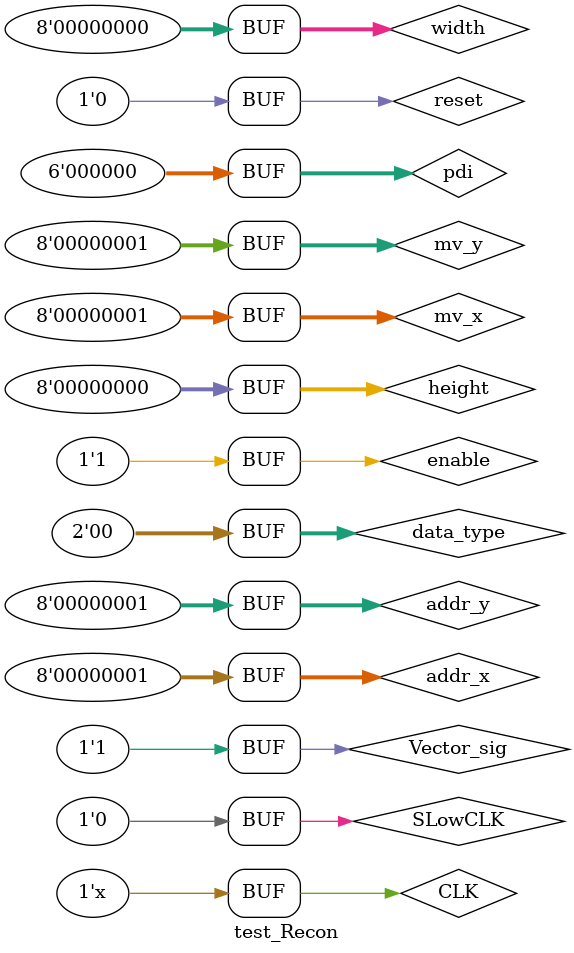
<source format=v>
`timescale 1ns / 1ps


module test_Recon;

	// Inputs
	reg enable;
	reg CLK;
	reg reset;
	reg SLowCLK;
	reg [7:0] height;
	reg [7:0] width;
	reg Vector_sig;
	reg [7:0] mv_x;
	reg [7:0] addr_x;
	reg [7:0] mv_y;
	reg [7:0] addr_y;
	reg [1:0] data_type;
	reg [5:0] pdi;

	// Outputs
	wire Nxt_block_sig;
	wire MVF_complete_sig;
	wire [15:0] Tindex;
	wire [15:0] index;
	wire we;
	wire [8:0] datax_out;
	wire [8:0] datay_out;
	wire [5:0] pdo;
	// Instantiate the Unit Under Test (UUT)
	Reconstructor uut (
		.enable(enable), 
		.CLK(CLK), 
		.reset(reset), 
		.SLowCLK(SLowCLK), 
		.height(height), 
		.width(width), 
		.Vector_sig(Vector_sig), 
		.mv_x(mv_x), 
		.addr_x(addr_x), 
		.mv_y(mv_y), 
		.addr_y(addr_y), 
		.Nxt_block_sig(Nxt_block_sig), 
		.MVF_complete_sig(MVF_complete_sig), 
		.data_type(data_type), 
		.Tindex(Tindex), 
		.pdi(pdi), 
		.index(index), 
		.we(we), 
		.datax_out(datax_out), 
		.datay_out(datay_out), 
		.pdo(pdo)
	);

	initial begin
		// Initialize Inputs
		enable = 0;
		CLK = 0;
		reset = 0;
		SLowCLK = 0;
		height = 0;
		width = 0;
		Vector_sig = 0;
		mv_x = 0;
		addr_x = 0;
		mv_y = 0;
		addr_y = 0;
		data_type = 0;
		pdi = 0;

		// Wait 100 ns for global reset to finish
		#10;
		reset = 1;
		
		#10
		reset = 0;
		enable = 1;
		Vector_sig = 1;
		mv_x = 1;
		addr_x = 1;
		mv_y = 1;
		addr_y = 1;
        
		// Add stimulus here

	end
	
   always #10 CLK = ~CLK;
	
endmodule


</source>
